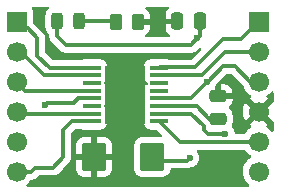
<source format=gtl>
G04 #@! TF.GenerationSoftware,KiCad,Pcbnew,9.0.1*
G04 #@! TF.CreationDate,2025-08-23T10:31:58+05:00*
G04 #@! TF.ProjectId,motor_driver,6d6f746f-725f-4647-9269-7665722e6b69,rev?*
G04 #@! TF.SameCoordinates,Original*
G04 #@! TF.FileFunction,Copper,L1,Top*
G04 #@! TF.FilePolarity,Positive*
%FSLAX46Y46*%
G04 Gerber Fmt 4.6, Leading zero omitted, Abs format (unit mm)*
G04 Created by KiCad (PCBNEW 9.0.1) date 2025-08-23 10:31:58*
%MOMM*%
%LPD*%
G01*
G04 APERTURE LIST*
G04 Aperture macros list*
%AMRoundRect*
0 Rectangle with rounded corners*
0 $1 Rounding radius*
0 $2 $3 $4 $5 $6 $7 $8 $9 X,Y pos of 4 corners*
0 Add a 4 corners polygon primitive as box body*
4,1,4,$2,$3,$4,$5,$6,$7,$8,$9,$2,$3,0*
0 Add four circle primitives for the rounded corners*
1,1,$1+$1,$2,$3*
1,1,$1+$1,$4,$5*
1,1,$1+$1,$6,$7*
1,1,$1+$1,$8,$9*
0 Add four rect primitives between the rounded corners*
20,1,$1+$1,$2,$3,$4,$5,0*
20,1,$1+$1,$4,$5,$6,$7,0*
20,1,$1+$1,$6,$7,$8,$9,0*
20,1,$1+$1,$8,$9,$2,$3,0*%
G04 Aperture macros list end*
G04 #@! TA.AperFunction,ComponentPad*
%ADD10R,1.700000X1.700000*%
G04 #@! TD*
G04 #@! TA.AperFunction,ComponentPad*
%ADD11C,1.700000*%
G04 #@! TD*
G04 #@! TA.AperFunction,SMDPad,CuDef*
%ADD12RoundRect,0.250000X-0.250000X-0.475000X0.250000X-0.475000X0.250000X0.475000X-0.250000X0.475000X0*%
G04 #@! TD*
G04 #@! TA.AperFunction,SMDPad,CuDef*
%ADD13RoundRect,0.250000X-0.475000X0.250000X-0.475000X-0.250000X0.475000X-0.250000X0.475000X0.250000X0*%
G04 #@! TD*
G04 #@! TA.AperFunction,SMDPad,CuDef*
%ADD14RoundRect,0.250000X-0.262500X-0.450000X0.262500X-0.450000X0.262500X0.450000X-0.262500X0.450000X0*%
G04 #@! TD*
G04 #@! TA.AperFunction,SMDPad,CuDef*
%ADD15RoundRect,0.100000X-0.687500X-0.100000X0.687500X-0.100000X0.687500X0.100000X-0.687500X0.100000X0*%
G04 #@! TD*
G04 #@! TA.AperFunction,HeatsinkPad*
%ADD16C,0.500000*%
G04 #@! TD*
G04 #@! TA.AperFunction,HeatsinkPad*
%ADD17R,3.400000X5.000000*%
G04 #@! TD*
G04 #@! TA.AperFunction,SMDPad,CuDef*
%ADD18RoundRect,0.243750X0.243750X0.456250X-0.243750X0.456250X-0.243750X-0.456250X0.243750X-0.456250X0*%
G04 #@! TD*
G04 #@! TA.AperFunction,SMDPad,CuDef*
%ADD19RoundRect,0.250000X-0.785000X-0.945000X0.785000X-0.945000X0.785000X0.945000X-0.785000X0.945000X0*%
G04 #@! TD*
G04 #@! TA.AperFunction,ViaPad*
%ADD20C,0.600000*%
G04 #@! TD*
G04 #@! TA.AperFunction,Conductor*
%ADD21C,0.300000*%
G04 #@! TD*
G04 APERTURE END LIST*
D10*
X148450000Y-89540000D03*
D11*
X148450000Y-92080000D03*
X148450000Y-94620000D03*
X148450000Y-97160000D03*
X148450000Y-99700000D03*
X148450000Y-102240000D03*
D12*
X162050000Y-89515000D03*
X163950000Y-89515000D03*
D13*
X165500000Y-95850000D03*
X165500000Y-97750000D03*
D14*
X156875000Y-89545000D03*
X158700000Y-89545000D03*
D15*
X154787500Y-93425000D03*
X154787500Y-94075000D03*
X154787500Y-94725000D03*
X154787500Y-95375000D03*
X154787500Y-96025000D03*
X154787500Y-96675000D03*
X154787500Y-97325000D03*
X154787500Y-97975000D03*
X160512500Y-97975000D03*
X160512500Y-97325000D03*
X160512500Y-96675000D03*
X160512500Y-96025000D03*
X160512500Y-95375000D03*
X160512500Y-94725000D03*
X160512500Y-94075000D03*
X160512500Y-93425000D03*
D16*
X156900000Y-94200000D03*
X156900000Y-95700000D03*
X156900000Y-97200000D03*
D17*
X157650000Y-95700000D03*
D16*
X158400000Y-94200000D03*
X158400000Y-95700000D03*
X158400000Y-97200000D03*
D18*
X153737500Y-89500000D03*
X151862500Y-89500000D03*
D19*
X154980000Y-101000000D03*
X159920000Y-101000000D03*
D10*
X168950000Y-89520000D03*
D11*
X168950000Y-92060000D03*
X168950000Y-94600000D03*
X168950000Y-97140000D03*
X168950000Y-99680000D03*
X168950000Y-102220000D03*
D20*
X163750000Y-90950000D03*
X164550000Y-94650000D03*
X163100000Y-101050000D03*
X166100000Y-99060000D03*
X150800000Y-96600000D03*
D21*
X162050000Y-89515000D02*
X158730000Y-89515000D01*
X158730000Y-89515000D02*
X158700000Y-89545000D01*
X163200000Y-91500000D02*
X163750000Y-90950000D01*
X163750000Y-90950000D02*
X163950000Y-90750000D01*
X151862500Y-89500000D02*
X151862500Y-90762500D01*
X159970000Y-101300000D02*
X162850000Y-101300000D01*
X151862500Y-90762500D02*
X152600000Y-91500000D01*
X166900000Y-93300000D02*
X168230000Y-94630000D01*
X165950000Y-93300000D02*
X166900000Y-93300000D01*
X164550000Y-94650000D02*
X164600000Y-94650000D01*
X164600000Y-94650000D02*
X165950000Y-93300000D01*
X152600000Y-91500000D02*
X163200000Y-91500000D01*
X168230000Y-94630000D02*
X168900000Y-94630000D01*
X163175000Y-96025000D02*
X164550000Y-94650000D01*
X160512500Y-96025000D02*
X163175000Y-96025000D01*
X162850000Y-101300000D02*
X163100000Y-101050000D01*
X163950000Y-90750000D02*
X163950000Y-89515000D01*
X163675000Y-96675000D02*
X160512500Y-96675000D01*
X164750000Y-97750000D02*
X163675000Y-96675000D01*
X165500000Y-97750000D02*
X164750000Y-97750000D01*
X153737500Y-89500000D02*
X156830000Y-89500000D01*
X156830000Y-89500000D02*
X156875000Y-89545000D01*
X164660000Y-99060000D02*
X166100000Y-99060000D01*
X163225000Y-97325000D02*
X164300000Y-98400000D01*
X164300000Y-98400000D02*
X164300000Y-98700000D01*
X164300000Y-98700000D02*
X164660000Y-99060000D01*
X160512500Y-97325000D02*
X163225000Y-97325000D01*
X163500000Y-93400000D02*
X160537500Y-93400000D01*
X167450000Y-91000000D02*
X165900000Y-91000000D01*
X160537500Y-93400000D02*
X160512500Y-93425000D01*
X165900000Y-91000000D02*
X163500000Y-93400000D01*
X168900000Y-89550000D02*
X167450000Y-91000000D01*
X166110000Y-92090000D02*
X164125000Y-94075000D01*
X164125000Y-94075000D02*
X160512500Y-94075000D01*
X168900000Y-92090000D02*
X166110000Y-92090000D01*
X160512500Y-97975000D02*
X162247500Y-99710000D01*
X162247500Y-99710000D02*
X168900000Y-99710000D01*
X148790000Y-92090000D02*
X150775000Y-94075000D01*
X150775000Y-94075000D02*
X154787500Y-94075000D01*
X148400000Y-92090000D02*
X148790000Y-92090000D01*
X148555000Y-97325000D02*
X154787500Y-97325000D01*
X148400000Y-97170000D02*
X148555000Y-97325000D01*
X150200000Y-90900000D02*
X150200000Y-92400000D01*
X148400000Y-89550000D02*
X148950000Y-90100000D01*
X150200000Y-92400000D02*
X151225000Y-93425000D01*
X151225000Y-93425000D02*
X154787500Y-93425000D01*
X149400000Y-90100000D02*
X150200000Y-90900000D01*
X148950000Y-90100000D02*
X149400000Y-90100000D01*
X152400000Y-98700000D02*
X152400000Y-101000000D01*
X150000000Y-101900000D02*
X149650000Y-102250000D01*
X152400000Y-101000000D02*
X151500000Y-101900000D01*
X149650000Y-102250000D02*
X148400000Y-102250000D01*
X154787500Y-97975000D02*
X153125000Y-97975000D01*
X153125000Y-97975000D02*
X152400000Y-98700000D01*
X151500000Y-101900000D02*
X150000000Y-101900000D01*
X149145000Y-95375000D02*
X154787500Y-95375000D01*
X148400000Y-94630000D02*
X149145000Y-95375000D01*
X154787500Y-96025000D02*
X153675000Y-96025000D01*
X151000000Y-96400000D02*
X150800000Y-96600000D01*
X153300000Y-96400000D02*
X151000000Y-96400000D01*
X153675000Y-96025000D02*
X153300000Y-96400000D01*
G04 #@! TA.AperFunction,Conductor*
G36*
X151127148Y-88270185D02*
G01*
X151172903Y-88322989D01*
X151182847Y-88392147D01*
X151153822Y-88455703D01*
X151147790Y-88462181D01*
X151030974Y-88578996D01*
X151030971Y-88579000D01*
X150939642Y-88727066D01*
X150939637Y-88727077D01*
X150884913Y-88892223D01*
X150874500Y-88994144D01*
X150874500Y-90005855D01*
X150884913Y-90107776D01*
X150939637Y-90272922D01*
X150939642Y-90272933D01*
X151030971Y-90420999D01*
X151030974Y-90421003D01*
X151153998Y-90544027D01*
X151159666Y-90548509D01*
X151158711Y-90549716D01*
X151199816Y-90595406D01*
X151212000Y-90649009D01*
X151212000Y-90826569D01*
X151212000Y-90826571D01*
X151211999Y-90826571D01*
X151231288Y-90923535D01*
X151231288Y-90923536D01*
X151236996Y-90952237D01*
X151236998Y-90952242D01*
X151286034Y-91070625D01*
X151357226Y-91177173D01*
X152185325Y-92005272D01*
X152185331Y-92005277D01*
X152291874Y-92076466D01*
X152361221Y-92105189D01*
X152410256Y-92125501D01*
X152410259Y-92125501D01*
X152410260Y-92125502D01*
X152535928Y-92150500D01*
X152535931Y-92150500D01*
X163264071Y-92150500D01*
X163348615Y-92133682D01*
X163389744Y-92125501D01*
X163508127Y-92076465D01*
X163614669Y-92005277D01*
X163852932Y-91767012D01*
X163869527Y-91757951D01*
X163883137Y-91744819D01*
X163912629Y-91734415D01*
X163914251Y-91733530D01*
X163916337Y-91733095D01*
X163928138Y-91730748D01*
X163997728Y-91736977D01*
X164052904Y-91779841D01*
X164076147Y-91845732D01*
X164060078Y-91913728D01*
X164040006Y-91940047D01*
X163266873Y-92713181D01*
X163205550Y-92746666D01*
X163179192Y-92749500D01*
X161404468Y-92749500D01*
X161364736Y-92741597D01*
X161364613Y-92742060D01*
X161357557Y-92740169D01*
X161357018Y-92740062D01*
X161356762Y-92739956D01*
X161356760Y-92739955D01*
X161239370Y-92724501D01*
X161239367Y-92724500D01*
X161239361Y-92724500D01*
X161239354Y-92724500D01*
X159785636Y-92724500D01*
X159668246Y-92739953D01*
X159668237Y-92739956D01*
X159522160Y-92800463D01*
X159396718Y-92896718D01*
X159300463Y-93022160D01*
X159239956Y-93168237D01*
X159239955Y-93168239D01*
X159224500Y-93285638D01*
X159224500Y-93564363D01*
X159239953Y-93681753D01*
X159239957Y-93681765D01*
X159248566Y-93702550D01*
X159251844Y-93733051D01*
X159257294Y-93763255D01*
X159255743Y-93769328D01*
X159256033Y-93772019D01*
X159248565Y-93797453D01*
X159244444Y-93807402D01*
X159200603Y-93861805D01*
X159134309Y-93883870D01*
X159105693Y-93881567D01*
X159077577Y-93875974D01*
X158753554Y-94199999D01*
X158753554Y-94200001D01*
X159077577Y-94524024D01*
X159138959Y-94511814D01*
X159180172Y-94510605D01*
X159292521Y-94526174D01*
X159316894Y-94537154D01*
X159342539Y-94544685D01*
X159351109Y-94552569D01*
X159356224Y-94554874D01*
X159360103Y-94560843D01*
X159373875Y-94573513D01*
X159396715Y-94603279D01*
X159396716Y-94603280D01*
X159396718Y-94603282D01*
X159522159Y-94699536D01*
X159522160Y-94699536D01*
X159526184Y-94702624D01*
X159567386Y-94759052D01*
X159571541Y-94828798D01*
X159537329Y-94889719D01*
X159475611Y-94922471D01*
X159450697Y-94925000D01*
X159232990Y-94925000D01*
X159232988Y-94925001D01*
X159240442Y-94981627D01*
X159240443Y-94981629D01*
X159249108Y-95002549D01*
X159256906Y-95070101D01*
X159223360Y-95274305D01*
X159212421Y-95297039D01*
X159205315Y-95321243D01*
X159197533Y-95327985D01*
X159193068Y-95337267D01*
X159171573Y-95350480D01*
X159152511Y-95366998D01*
X159142320Y-95368463D01*
X159133546Y-95373857D01*
X159108321Y-95373351D01*
X159083353Y-95376942D01*
X159077595Y-95375956D01*
X158753554Y-95699999D01*
X158753554Y-95700001D01*
X159077978Y-96024425D01*
X159145899Y-96030503D01*
X159201077Y-96073365D01*
X159222862Y-96125807D01*
X159224500Y-96135791D01*
X159224501Y-96164360D01*
X159239956Y-96281762D01*
X159254045Y-96315777D01*
X159256366Y-96329914D01*
X159253768Y-96350947D01*
X159256033Y-96372019D01*
X159248566Y-96397450D01*
X159239957Y-96418234D01*
X159239955Y-96418239D01*
X159224500Y-96535638D01*
X159224500Y-96754105D01*
X159204815Y-96821144D01*
X159152011Y-96866899D01*
X159082853Y-96876843D01*
X159077607Y-96875944D01*
X158753554Y-97199999D01*
X158753554Y-97200001D01*
X159077577Y-97524024D01*
X159105690Y-97518432D01*
X159137306Y-97521261D01*
X159169040Y-97522394D01*
X159171861Y-97524352D01*
X159175282Y-97524659D01*
X159200355Y-97544136D01*
X159226432Y-97562242D01*
X159228800Y-97566233D01*
X159230459Y-97567522D01*
X159244442Y-97592595D01*
X159248564Y-97602546D01*
X159256034Y-97672015D01*
X159248566Y-97697450D01*
X159239957Y-97718234D01*
X159239955Y-97718239D01*
X159224500Y-97835638D01*
X159224500Y-98114363D01*
X159239953Y-98231753D01*
X159239956Y-98231762D01*
X159276229Y-98319334D01*
X159300464Y-98377841D01*
X159396718Y-98503282D01*
X159522159Y-98599536D01*
X159668238Y-98660044D01*
X159785639Y-98675500D01*
X160241691Y-98675499D01*
X160308730Y-98695183D01*
X160329372Y-98711818D01*
X160710373Y-99092819D01*
X160743858Y-99154142D01*
X160738874Y-99223834D01*
X160697002Y-99279767D01*
X160631538Y-99304184D01*
X160622692Y-99304500D01*
X159084998Y-99304500D01*
X159084981Y-99304501D01*
X158982203Y-99315000D01*
X158982200Y-99315001D01*
X158815668Y-99370185D01*
X158815663Y-99370187D01*
X158666342Y-99462289D01*
X158542289Y-99586342D01*
X158450187Y-99735663D01*
X158450185Y-99735668D01*
X158426785Y-99806286D01*
X158395001Y-99902203D01*
X158395001Y-99902204D01*
X158395000Y-99902204D01*
X158384500Y-100004983D01*
X158384500Y-101995001D01*
X158384501Y-101995018D01*
X158395000Y-102097796D01*
X158395001Y-102097799D01*
X158450115Y-102264119D01*
X158450186Y-102264334D01*
X158542288Y-102413656D01*
X158666344Y-102537712D01*
X158815666Y-102629814D01*
X158982203Y-102684999D01*
X159084991Y-102695500D01*
X160755008Y-102695499D01*
X160857797Y-102684999D01*
X161024334Y-102629814D01*
X161173656Y-102537712D01*
X161297712Y-102413656D01*
X161389814Y-102264334D01*
X161444999Y-102097797D01*
X161448667Y-102061896D01*
X161475064Y-101997205D01*
X161532245Y-101957054D01*
X161572025Y-101950500D01*
X162914071Y-101950500D01*
X162998615Y-101933682D01*
X163039744Y-101925501D01*
X163158127Y-101876465D01*
X163184172Y-101859061D01*
X163228864Y-101840549D01*
X163333497Y-101819737D01*
X163479179Y-101759394D01*
X163610289Y-101671789D01*
X163721789Y-101560289D01*
X163809394Y-101429179D01*
X163869737Y-101283497D01*
X163900500Y-101128842D01*
X163900500Y-100971158D01*
X163900500Y-100971155D01*
X163900499Y-100971153D01*
X163896291Y-100950000D01*
X163869737Y-100816503D01*
X163833950Y-100730104D01*
X163809397Y-100670827D01*
X163809390Y-100670814D01*
X163730930Y-100553391D01*
X163710052Y-100486714D01*
X163728536Y-100419333D01*
X163780515Y-100372643D01*
X163834032Y-100360500D01*
X167711922Y-100360500D01*
X167778961Y-100380185D01*
X167812237Y-100411611D01*
X167910046Y-100546235D01*
X167919896Y-100559792D01*
X168070213Y-100710109D01*
X168242182Y-100835050D01*
X168250946Y-100839516D01*
X168301742Y-100887491D01*
X168318536Y-100955312D01*
X168295998Y-101021447D01*
X168250946Y-101060484D01*
X168242182Y-101064949D01*
X168070213Y-101189890D01*
X167919890Y-101340213D01*
X167794951Y-101512179D01*
X167698444Y-101701585D01*
X167632753Y-101903760D01*
X167599500Y-102113713D01*
X167599500Y-102326286D01*
X167631052Y-102525502D01*
X167632754Y-102536243D01*
X167684499Y-102695498D01*
X167698444Y-102738414D01*
X167794951Y-102927820D01*
X167919890Y-103099786D01*
X167919896Y-103099792D01*
X168070208Y-103250104D01*
X168097736Y-103270104D01*
X168104724Y-103275181D01*
X168147390Y-103330511D01*
X168153369Y-103400124D01*
X168120764Y-103461920D01*
X168059925Y-103496277D01*
X168031839Y-103499500D01*
X149395689Y-103499500D01*
X149328650Y-103479815D01*
X149282895Y-103427011D01*
X149272951Y-103357853D01*
X149301976Y-103294297D01*
X149322804Y-103275181D01*
X149329792Y-103270104D01*
X149480104Y-103119792D01*
X149494639Y-103099786D01*
X149602292Y-102951615D01*
X149657622Y-102908949D01*
X149702610Y-102900500D01*
X149714071Y-102900500D01*
X149798615Y-102883682D01*
X149839744Y-102875501D01*
X149958127Y-102826465D01*
X150064669Y-102755277D01*
X150233127Y-102586819D01*
X150294450Y-102553334D01*
X150320808Y-102550500D01*
X151564071Y-102550500D01*
X151648615Y-102533682D01*
X151689744Y-102525501D01*
X151808127Y-102476465D01*
X151914669Y-102405277D01*
X152324960Y-101994986D01*
X153445001Y-101994986D01*
X153455494Y-102097697D01*
X153510641Y-102264119D01*
X153510643Y-102264124D01*
X153602684Y-102413345D01*
X153726654Y-102537315D01*
X153875875Y-102629356D01*
X153875880Y-102629358D01*
X154042302Y-102684505D01*
X154042309Y-102684506D01*
X154145019Y-102694999D01*
X154729999Y-102694999D01*
X155230000Y-102694999D01*
X155814972Y-102694999D01*
X155814986Y-102694998D01*
X155917697Y-102684505D01*
X156084119Y-102629358D01*
X156084124Y-102629356D01*
X156233345Y-102537315D01*
X156357315Y-102413345D01*
X156449356Y-102264124D01*
X156449358Y-102264119D01*
X156504505Y-102097697D01*
X156504506Y-102097690D01*
X156514999Y-101994986D01*
X156515000Y-101994973D01*
X156515000Y-101250000D01*
X155230000Y-101250000D01*
X155230000Y-102694999D01*
X154729999Y-102694999D01*
X154730000Y-102694998D01*
X154730000Y-101250000D01*
X153445001Y-101250000D01*
X153445001Y-101994986D01*
X152324960Y-101994986D01*
X152905276Y-101414669D01*
X152976465Y-101308127D01*
X153025501Y-101189744D01*
X153040554Y-101114069D01*
X153050500Y-101064069D01*
X153050500Y-100005013D01*
X153445000Y-100005013D01*
X153445000Y-100750000D01*
X154730000Y-100750000D01*
X155230000Y-100750000D01*
X156514999Y-100750000D01*
X156514999Y-100005028D01*
X156514998Y-100005013D01*
X156504505Y-99902302D01*
X156449358Y-99735880D01*
X156449356Y-99735875D01*
X156357315Y-99586654D01*
X156233345Y-99462684D01*
X156084124Y-99370643D01*
X156084119Y-99370641D01*
X155917697Y-99315494D01*
X155917690Y-99315493D01*
X155814986Y-99305000D01*
X155230000Y-99305000D01*
X155230000Y-100750000D01*
X154730000Y-100750000D01*
X154730000Y-99305000D01*
X154145028Y-99305000D01*
X154145012Y-99305001D01*
X154042302Y-99315494D01*
X153875880Y-99370641D01*
X153875875Y-99370643D01*
X153726654Y-99462684D01*
X153602684Y-99586654D01*
X153510643Y-99735875D01*
X153510641Y-99735880D01*
X153455494Y-99902302D01*
X153455493Y-99902309D01*
X153445000Y-100005013D01*
X153050500Y-100005013D01*
X153050500Y-99020808D01*
X153070185Y-98953769D01*
X153086819Y-98933127D01*
X153358127Y-98661819D01*
X153419450Y-98628334D01*
X153445808Y-98625500D01*
X153835177Y-98625500D01*
X153882629Y-98634938D01*
X153943238Y-98660044D01*
X154060639Y-98675500D01*
X155514360Y-98675499D01*
X155514363Y-98675499D01*
X155631753Y-98660046D01*
X155631757Y-98660044D01*
X155631762Y-98660044D01*
X155777841Y-98599536D01*
X155903282Y-98503282D01*
X155999536Y-98377841D01*
X156060044Y-98231762D01*
X156075500Y-98114361D01*
X156075499Y-97877577D01*
X156575975Y-97877577D01*
X156681236Y-97921178D01*
X156681240Y-97921179D01*
X156826126Y-97949999D01*
X156826129Y-97950000D01*
X156973871Y-97950000D01*
X156973873Y-97949999D01*
X157118760Y-97921179D01*
X157118775Y-97921175D01*
X157224024Y-97877578D01*
X157224024Y-97877577D01*
X158075975Y-97877577D01*
X158181236Y-97921178D01*
X158181240Y-97921179D01*
X158326126Y-97949999D01*
X158326129Y-97950000D01*
X158473871Y-97950000D01*
X158473873Y-97949999D01*
X158618760Y-97921179D01*
X158618775Y-97921175D01*
X158724024Y-97877578D01*
X158724024Y-97877577D01*
X158400001Y-97553554D01*
X158400000Y-97553554D01*
X158075975Y-97877577D01*
X157224024Y-97877577D01*
X156900001Y-97553554D01*
X156900000Y-97553554D01*
X156575975Y-97877577D01*
X156075499Y-97877577D01*
X156075499Y-97835640D01*
X156060044Y-97718238D01*
X156046307Y-97685076D01*
X156043943Y-97671895D01*
X156046325Y-97649939D01*
X156043965Y-97627986D01*
X156051435Y-97602546D01*
X156051448Y-97602513D01*
X156055557Y-97592595D01*
X156099398Y-97538192D01*
X156165693Y-97516128D01*
X156194309Y-97518432D01*
X156222421Y-97524024D01*
X156546446Y-97200000D01*
X156546446Y-97199999D01*
X156526556Y-97180109D01*
X156800000Y-97180109D01*
X156800000Y-97219891D01*
X156815224Y-97256645D01*
X156843355Y-97284776D01*
X156880109Y-97300000D01*
X156919891Y-97300000D01*
X156956645Y-97284776D01*
X156984776Y-97256645D01*
X157000000Y-97219891D01*
X157000000Y-97199999D01*
X157253554Y-97199999D01*
X157253554Y-97200001D01*
X157577576Y-97524023D01*
X157625807Y-97514430D01*
X157674191Y-97514430D01*
X157722422Y-97524024D01*
X158046446Y-97200000D01*
X158046446Y-97199999D01*
X158026556Y-97180109D01*
X158300000Y-97180109D01*
X158300000Y-97219891D01*
X158315224Y-97256645D01*
X158343355Y-97284776D01*
X158380109Y-97300000D01*
X158419891Y-97300000D01*
X158456645Y-97284776D01*
X158484776Y-97256645D01*
X158500000Y-97219891D01*
X158500000Y-97180109D01*
X158484776Y-97143355D01*
X158456645Y-97115224D01*
X158419891Y-97100000D01*
X158380109Y-97100000D01*
X158343355Y-97115224D01*
X158315224Y-97143355D01*
X158300000Y-97180109D01*
X158026556Y-97180109D01*
X157722421Y-96875974D01*
X157674190Y-96885568D01*
X157625808Y-96885568D01*
X157577577Y-96875974D01*
X157253554Y-97199999D01*
X157000000Y-97199999D01*
X157000000Y-97180109D01*
X156984776Y-97143355D01*
X156956645Y-97115224D01*
X156919891Y-97100000D01*
X156880109Y-97100000D01*
X156843355Y-97115224D01*
X156815224Y-97143355D01*
X156800000Y-97180109D01*
X156526556Y-97180109D01*
X156222421Y-96875974D01*
X156161038Y-96888184D01*
X156119828Y-96889394D01*
X156007481Y-96873827D01*
X155983105Y-96862845D01*
X155957461Y-96855315D01*
X155948890Y-96847430D01*
X155943778Y-96845127D01*
X155939899Y-96839158D01*
X155926125Y-96826487D01*
X155903283Y-96796719D01*
X155903282Y-96796718D01*
X155872860Y-96773374D01*
X155831658Y-96716949D01*
X155827503Y-96647203D01*
X155861714Y-96586282D01*
X155872851Y-96576631D01*
X155903282Y-96553282D01*
X155916821Y-96535638D01*
X155926125Y-96523513D01*
X155982553Y-96482310D01*
X156024500Y-96475000D01*
X156067010Y-96475000D01*
X156067011Y-96474998D01*
X156059558Y-96418377D01*
X156059554Y-96418365D01*
X156051163Y-96398106D01*
X156048956Y-96377577D01*
X156575974Y-96377577D01*
X156585568Y-96425808D01*
X156585568Y-96474190D01*
X156575974Y-96522421D01*
X156900000Y-96846446D01*
X156900001Y-96846446D01*
X157224024Y-96522422D01*
X157214430Y-96474191D01*
X157214430Y-96465853D01*
X157212540Y-96461050D01*
X157214430Y-96425807D01*
X157224023Y-96377577D01*
X158075974Y-96377577D01*
X158085568Y-96425808D01*
X158085568Y-96474190D01*
X158075974Y-96522421D01*
X158400000Y-96846446D01*
X158400001Y-96846446D01*
X158724024Y-96522422D01*
X158714430Y-96474191D01*
X158714430Y-96425807D01*
X158724023Y-96377576D01*
X158400001Y-96053554D01*
X158400000Y-96053554D01*
X158075974Y-96377577D01*
X157224023Y-96377577D01*
X157224023Y-96377576D01*
X156900001Y-96053554D01*
X156900000Y-96053554D01*
X156575974Y-96377577D01*
X156048956Y-96377577D01*
X156047882Y-96367590D01*
X156042435Y-96337398D01*
X156043983Y-96331330D01*
X156043694Y-96328637D01*
X156051160Y-96303208D01*
X156060044Y-96281762D01*
X156075500Y-96164361D01*
X156075499Y-96145896D01*
X156095181Y-96078859D01*
X156147983Y-96033102D01*
X156217141Y-96023155D01*
X156222391Y-96024054D01*
X156546446Y-95700000D01*
X156546446Y-95699999D01*
X156526556Y-95680109D01*
X156800000Y-95680109D01*
X156800000Y-95719891D01*
X156815224Y-95756645D01*
X156843355Y-95784776D01*
X156880109Y-95800000D01*
X156919891Y-95800000D01*
X156956645Y-95784776D01*
X156984776Y-95756645D01*
X157000000Y-95719891D01*
X157000000Y-95699999D01*
X157253554Y-95699999D01*
X157253554Y-95700001D01*
X157577576Y-96024023D01*
X157625807Y-96014430D01*
X157674191Y-96014430D01*
X157722422Y-96024024D01*
X158046446Y-95700000D01*
X158046446Y-95699999D01*
X158026556Y-95680109D01*
X158300000Y-95680109D01*
X158300000Y-95719891D01*
X158315224Y-95756645D01*
X158343355Y-95784776D01*
X158380109Y-95800000D01*
X158419891Y-95800000D01*
X158456645Y-95784776D01*
X158484776Y-95756645D01*
X158500000Y-95719891D01*
X158500000Y-95680109D01*
X158484776Y-95643355D01*
X158456645Y-95615224D01*
X158419891Y-95600000D01*
X158380109Y-95600000D01*
X158343355Y-95615224D01*
X158315224Y-95643355D01*
X158300000Y-95680109D01*
X158026556Y-95680109D01*
X157722421Y-95375974D01*
X157674190Y-95385568D01*
X157625808Y-95385568D01*
X157577577Y-95375974D01*
X157253554Y-95699999D01*
X157000000Y-95699999D01*
X157000000Y-95680109D01*
X156984776Y-95643355D01*
X156956645Y-95615224D01*
X156919891Y-95600000D01*
X156880109Y-95600000D01*
X156843355Y-95615224D01*
X156815224Y-95643355D01*
X156800000Y-95680109D01*
X156526556Y-95680109D01*
X156222019Y-95375572D01*
X156154098Y-95369495D01*
X156098921Y-95326632D01*
X156077152Y-95274286D01*
X156075499Y-95264265D01*
X156075499Y-95235640D01*
X156060044Y-95118238D01*
X156045699Y-95083608D01*
X156043377Y-95069526D01*
X156045964Y-95048445D01*
X156043694Y-95027328D01*
X156051164Y-95001890D01*
X156059555Y-94981632D01*
X156059555Y-94981630D01*
X156064941Y-94940722D01*
X155991623Y-94920562D01*
X155975569Y-94910632D01*
X155957461Y-94905315D01*
X155937942Y-94887358D01*
X155932202Y-94883808D01*
X155930727Y-94880720D01*
X155927310Y-94877577D01*
X156575974Y-94877577D01*
X156585568Y-94925808D01*
X156585568Y-94974190D01*
X156575974Y-95022421D01*
X156900000Y-95346446D01*
X156900001Y-95346446D01*
X157224024Y-95022422D01*
X157214430Y-94974191D01*
X157214430Y-94965853D01*
X157212540Y-94961050D01*
X157214430Y-94925807D01*
X157224023Y-94877577D01*
X158075974Y-94877577D01*
X158085568Y-94925808D01*
X158085568Y-94974190D01*
X158075974Y-95022421D01*
X158400000Y-95346446D01*
X158400001Y-95346446D01*
X158724024Y-95022422D01*
X158714430Y-94974191D01*
X158714430Y-94925807D01*
X158724023Y-94877576D01*
X158400001Y-94553554D01*
X158400000Y-94553554D01*
X158075974Y-94877577D01*
X157224023Y-94877577D01*
X157224023Y-94877576D01*
X156900001Y-94553554D01*
X156900000Y-94553554D01*
X156575974Y-94877577D01*
X155927310Y-94877577D01*
X155926125Y-94876487D01*
X155903283Y-94846719D01*
X155892496Y-94838442D01*
X155872860Y-94823374D01*
X155831658Y-94766949D01*
X155827503Y-94697203D01*
X155861714Y-94636282D01*
X155872851Y-94626631D01*
X155903282Y-94603282D01*
X155915021Y-94587982D01*
X155926125Y-94573513D01*
X155982553Y-94532310D01*
X156024500Y-94525000D01*
X156085669Y-94525000D01*
X156102618Y-94514249D01*
X156161039Y-94511814D01*
X156222421Y-94524024D01*
X156546446Y-94200000D01*
X156546446Y-94199999D01*
X156526556Y-94180109D01*
X156800000Y-94180109D01*
X156800000Y-94219891D01*
X156815224Y-94256645D01*
X156843355Y-94284776D01*
X156880109Y-94300000D01*
X156919891Y-94300000D01*
X156956645Y-94284776D01*
X156984776Y-94256645D01*
X157000000Y-94219891D01*
X157000000Y-94199999D01*
X157253554Y-94199999D01*
X157253554Y-94200001D01*
X157577576Y-94524023D01*
X157625807Y-94514430D01*
X157674191Y-94514430D01*
X157722422Y-94524024D01*
X158046446Y-94200000D01*
X158046446Y-94199999D01*
X158026556Y-94180109D01*
X158300000Y-94180109D01*
X158300000Y-94219891D01*
X158315224Y-94256645D01*
X158343355Y-94284776D01*
X158380109Y-94300000D01*
X158419891Y-94300000D01*
X158456645Y-94284776D01*
X158484776Y-94256645D01*
X158500000Y-94219891D01*
X158500000Y-94180109D01*
X158484776Y-94143355D01*
X158456645Y-94115224D01*
X158419891Y-94100000D01*
X158380109Y-94100000D01*
X158343355Y-94115224D01*
X158315224Y-94143355D01*
X158300000Y-94180109D01*
X158026556Y-94180109D01*
X157722421Y-93875974D01*
X157674190Y-93885568D01*
X157625808Y-93885568D01*
X157577577Y-93875974D01*
X157253554Y-94199999D01*
X157000000Y-94199999D01*
X157000000Y-94180109D01*
X156984776Y-94143355D01*
X156956645Y-94115224D01*
X156919891Y-94100000D01*
X156880109Y-94100000D01*
X156843355Y-94115224D01*
X156815224Y-94143355D01*
X156800000Y-94180109D01*
X156526556Y-94180109D01*
X156222421Y-93875974D01*
X156194306Y-93881567D01*
X156162677Y-93878735D01*
X156130957Y-93877603D01*
X156128135Y-93875644D01*
X156124715Y-93875338D01*
X156099646Y-93855864D01*
X156073564Y-93837755D01*
X156071194Y-93833762D01*
X156069538Y-93832475D01*
X156055555Y-93807402D01*
X156051434Y-93797453D01*
X156043965Y-93727983D01*
X156051435Y-93702545D01*
X156060044Y-93681762D01*
X156075500Y-93564361D01*
X156075500Y-93522420D01*
X156575974Y-93522420D01*
X156575974Y-93522421D01*
X156900000Y-93846446D01*
X156900001Y-93846446D01*
X157224024Y-93522421D01*
X157224022Y-93522420D01*
X158075974Y-93522420D01*
X158075974Y-93522421D01*
X158400000Y-93846446D01*
X158400001Y-93846446D01*
X158724024Y-93522421D01*
X158618767Y-93478822D01*
X158618759Y-93478820D01*
X158473872Y-93450000D01*
X158326128Y-93450000D01*
X158181240Y-93478820D01*
X158181228Y-93478823D01*
X158075974Y-93522420D01*
X157224022Y-93522420D01*
X157118767Y-93478822D01*
X157118759Y-93478820D01*
X156973872Y-93450000D01*
X156826128Y-93450000D01*
X156681240Y-93478820D01*
X156681228Y-93478823D01*
X156575974Y-93522420D01*
X156075500Y-93522420D01*
X156075499Y-93285640D01*
X156075499Y-93285638D01*
X156075499Y-93285636D01*
X156060046Y-93168246D01*
X156060044Y-93168239D01*
X156060044Y-93168238D01*
X155999536Y-93022159D01*
X155903282Y-92896718D01*
X155777841Y-92800464D01*
X155715158Y-92774500D01*
X155631762Y-92739956D01*
X155631760Y-92739955D01*
X155514370Y-92724501D01*
X155514367Y-92724500D01*
X155514361Y-92724500D01*
X155514354Y-92724500D01*
X154060636Y-92724500D01*
X153943246Y-92739953D01*
X153943237Y-92739956D01*
X153882630Y-92765061D01*
X153835177Y-92774500D01*
X151545808Y-92774500D01*
X151478769Y-92754815D01*
X151458127Y-92738181D01*
X150886819Y-92166873D01*
X150853334Y-92105550D01*
X150850500Y-92079192D01*
X150850500Y-90835928D01*
X150825502Y-90710261D01*
X150825501Y-90710260D01*
X150825501Y-90710256D01*
X150776465Y-90591873D01*
X150770344Y-90582712D01*
X150770081Y-90582319D01*
X150705275Y-90485328D01*
X149836818Y-89616871D01*
X149803333Y-89555548D01*
X149800499Y-89529190D01*
X149800499Y-88642129D01*
X149800498Y-88642123D01*
X149799205Y-88630096D01*
X149794971Y-88590706D01*
X149794091Y-88582516D01*
X149743797Y-88447671D01*
X149739546Y-88439886D01*
X149741021Y-88439080D01*
X149720234Y-88383345D01*
X149735086Y-88315072D01*
X149784492Y-88265667D01*
X149843918Y-88250500D01*
X151060109Y-88250500D01*
X151127148Y-88270185D01*
G37*
G04 #@! TD.AperFunction*
G04 #@! TA.AperFunction,Conductor*
G36*
X166646231Y-93970185D02*
G01*
X166666873Y-93986819D01*
X167629250Y-94949196D01*
X167659499Y-94998557D01*
X167667254Y-95022422D01*
X167698444Y-95118416D01*
X167794951Y-95307820D01*
X167919890Y-95479786D01*
X168070213Y-95630109D01*
X168242179Y-95755048D01*
X168242181Y-95755049D01*
X168242184Y-95755051D01*
X168251493Y-95759794D01*
X168302290Y-95807766D01*
X168319087Y-95875587D01*
X168296552Y-95941722D01*
X168251505Y-95980760D01*
X168242446Y-95985376D01*
X168242440Y-95985380D01*
X168188282Y-96024727D01*
X168188282Y-96024728D01*
X168820591Y-96657037D01*
X168757007Y-96674075D01*
X168642993Y-96739901D01*
X168549901Y-96832993D01*
X168484075Y-96947007D01*
X168467037Y-97010591D01*
X167834728Y-96378282D01*
X167834727Y-96378282D01*
X167795380Y-96432439D01*
X167698904Y-96621782D01*
X167633242Y-96823869D01*
X167633242Y-96823872D01*
X167600000Y-97033753D01*
X167600000Y-97246246D01*
X167633242Y-97456127D01*
X167633242Y-97456130D01*
X167698904Y-97658217D01*
X167795375Y-97847550D01*
X167834728Y-97901716D01*
X168467037Y-97269408D01*
X168484075Y-97332993D01*
X168549901Y-97447007D01*
X168642993Y-97540099D01*
X168757007Y-97605925D01*
X168820590Y-97622962D01*
X168188282Y-98255269D01*
X168188282Y-98255270D01*
X168242452Y-98294626D01*
X168242451Y-98294626D01*
X168251495Y-98299234D01*
X168302292Y-98347208D01*
X168319087Y-98415029D01*
X168296550Y-98481164D01*
X168251499Y-98520202D01*
X168242182Y-98524949D01*
X168070213Y-98649890D01*
X167919890Y-98800213D01*
X167794949Y-98972182D01*
X167784957Y-98991794D01*
X167736983Y-99042590D01*
X167674472Y-99059500D01*
X167017848Y-99059500D01*
X166950809Y-99039815D01*
X166905054Y-98987011D01*
X166896231Y-98959692D01*
X166869738Y-98826508D01*
X166869737Y-98826507D01*
X166869737Y-98826503D01*
X166859387Y-98801516D01*
X166809397Y-98680827D01*
X166809390Y-98680814D01*
X166721789Y-98549711D01*
X166721786Y-98549707D01*
X166664898Y-98492819D01*
X166631413Y-98431496D01*
X166636397Y-98361804D01*
X166647038Y-98340047D01*
X166659814Y-98319334D01*
X166714999Y-98152797D01*
X166725500Y-98050009D01*
X166725499Y-97449992D01*
X166714999Y-97347203D01*
X166659814Y-97180666D01*
X166567712Y-97031344D01*
X166443656Y-96907288D01*
X166440342Y-96905243D01*
X166438546Y-96903248D01*
X166437989Y-96902807D01*
X166438064Y-96902711D01*
X166393618Y-96853297D01*
X166382397Y-96784334D01*
X166410240Y-96720252D01*
X166440348Y-96694165D01*
X166443342Y-96692318D01*
X166567315Y-96568345D01*
X166659356Y-96419124D01*
X166659358Y-96419119D01*
X166714505Y-96252697D01*
X166714506Y-96252690D01*
X166724999Y-96149986D01*
X166725000Y-96149973D01*
X166725000Y-96100000D01*
X165624000Y-96100000D01*
X165556961Y-96080315D01*
X165511206Y-96027511D01*
X165500000Y-95976000D01*
X165500000Y-95850000D01*
X165374000Y-95850000D01*
X165306961Y-95830315D01*
X165261206Y-95777511D01*
X165250000Y-95726000D01*
X165250000Y-95600000D01*
X165750000Y-95600000D01*
X166724999Y-95600000D01*
X166724999Y-95550028D01*
X166724998Y-95550013D01*
X166714505Y-95447302D01*
X166659358Y-95280880D01*
X166659356Y-95280875D01*
X166567315Y-95131654D01*
X166443345Y-95007684D01*
X166294124Y-94915643D01*
X166294119Y-94915641D01*
X166127697Y-94860494D01*
X166127690Y-94860493D01*
X166024986Y-94850000D01*
X165750000Y-94850000D01*
X165750000Y-95600000D01*
X165250000Y-95600000D01*
X165250000Y-95076523D01*
X165251315Y-95069587D01*
X165250495Y-95065460D01*
X165257521Y-95036872D01*
X165258614Y-95031112D01*
X165259347Y-95029249D01*
X165259394Y-95029179D01*
X165319737Y-94883497D01*
X165322831Y-94867939D01*
X165326895Y-94857614D01*
X165341790Y-94838442D01*
X165353042Y-94816929D01*
X165354540Y-94815404D01*
X166183127Y-93986819D01*
X166244450Y-93953334D01*
X166270808Y-93950500D01*
X166579192Y-93950500D01*
X166646231Y-93970185D01*
G37*
G04 #@! TD.AperFunction*
G04 #@! TA.AperFunction,Conductor*
G36*
X170065269Y-97901716D02*
G01*
X170065770Y-97901677D01*
X170134147Y-97916041D01*
X170183905Y-97965092D01*
X170199500Y-98025295D01*
X170199500Y-98720970D01*
X170179815Y-98788009D01*
X170127011Y-98833764D01*
X170057853Y-98843708D01*
X169994297Y-98814683D01*
X169981222Y-98801516D01*
X169980107Y-98800211D01*
X169829786Y-98649890D01*
X169657817Y-98524949D01*
X169648504Y-98520204D01*
X169597707Y-98472230D01*
X169580912Y-98404409D01*
X169603449Y-98338274D01*
X169648507Y-98299232D01*
X169657555Y-98294622D01*
X169711716Y-98255270D01*
X169711717Y-98255270D01*
X169079408Y-97622962D01*
X169142993Y-97605925D01*
X169257007Y-97540099D01*
X169350099Y-97447007D01*
X169415925Y-97332993D01*
X169432962Y-97269408D01*
X170065269Y-97901716D01*
G37*
G04 #@! TD.AperFunction*
G04 #@! TA.AperFunction,Conductor*
G36*
X170168635Y-95477164D02*
G01*
X170198110Y-95540512D01*
X170199500Y-95559029D01*
X170199500Y-96254703D01*
X170179815Y-96321742D01*
X170127011Y-96367497D01*
X170065772Y-96378321D01*
X170065270Y-96378281D01*
X169432962Y-97010590D01*
X169415925Y-96947007D01*
X169350099Y-96832993D01*
X169257007Y-96739901D01*
X169142993Y-96674075D01*
X169079409Y-96657037D01*
X169711716Y-96024728D01*
X169657547Y-95985373D01*
X169657547Y-95985372D01*
X169648500Y-95980763D01*
X169597706Y-95932788D01*
X169580912Y-95864966D01*
X169603451Y-95798832D01*
X169648508Y-95759793D01*
X169657816Y-95755051D01*
X169760966Y-95680109D01*
X169829786Y-95630109D01*
X169829788Y-95630106D01*
X169829792Y-95630104D01*
X169980104Y-95479792D01*
X169980107Y-95479787D01*
X169981214Y-95478493D01*
X169981758Y-95478137D01*
X169983549Y-95476347D01*
X169983925Y-95476723D01*
X170039723Y-95440302D01*
X170109591Y-95439807D01*
X170168635Y-95477164D01*
G37*
G04 #@! TD.AperFunction*
G04 #@! TA.AperFunction,Conductor*
G36*
X161296516Y-88270185D02*
G01*
X161342271Y-88322989D01*
X161352215Y-88392147D01*
X161323190Y-88455703D01*
X161317158Y-88462181D01*
X161207684Y-88571654D01*
X161115643Y-88720875D01*
X161115641Y-88720880D01*
X161060494Y-88887302D01*
X161060493Y-88887309D01*
X161050000Y-88990013D01*
X161050000Y-89265000D01*
X161926000Y-89265000D01*
X161993039Y-89284685D01*
X162038794Y-89337489D01*
X162050000Y-89389000D01*
X162050000Y-89641000D01*
X162030315Y-89708039D01*
X161977511Y-89753794D01*
X161926000Y-89765000D01*
X161050001Y-89765000D01*
X161050001Y-90039986D01*
X161060494Y-90142697D01*
X161115641Y-90309119D01*
X161115643Y-90309124D01*
X161207684Y-90458345D01*
X161331655Y-90582316D01*
X161331659Y-90582319D01*
X161392687Y-90619962D01*
X161439412Y-90671910D01*
X161450633Y-90740872D01*
X161422790Y-90804954D01*
X161364721Y-90843810D01*
X161327590Y-90849500D01*
X159443016Y-90849500D01*
X159375977Y-90829815D01*
X159330222Y-90777011D01*
X159320278Y-90707853D01*
X159349303Y-90644297D01*
X159377919Y-90619961D01*
X159430845Y-90587315D01*
X159554815Y-90463345D01*
X159646856Y-90314124D01*
X159646858Y-90314119D01*
X159702005Y-90147697D01*
X159702006Y-90147690D01*
X159712499Y-90044986D01*
X159712500Y-90044973D01*
X159712500Y-89795000D01*
X158824000Y-89795000D01*
X158756961Y-89775315D01*
X158711206Y-89722511D01*
X158700000Y-89671000D01*
X158700000Y-89419000D01*
X158719685Y-89351961D01*
X158772489Y-89306206D01*
X158824000Y-89295000D01*
X159712499Y-89295000D01*
X159712499Y-89045028D01*
X159712498Y-89045013D01*
X159702005Y-88942302D01*
X159646858Y-88775880D01*
X159646856Y-88775875D01*
X159554815Y-88626654D01*
X159430843Y-88502682D01*
X159394132Y-88480039D01*
X159347407Y-88428091D01*
X159336184Y-88359129D01*
X159364027Y-88295047D01*
X159422096Y-88256190D01*
X159459228Y-88250500D01*
X161229477Y-88250500D01*
X161296516Y-88270185D01*
G37*
G04 #@! TD.AperFunction*
M02*

</source>
